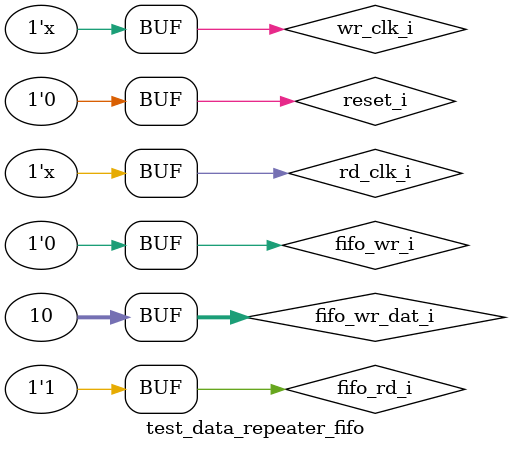
<source format=v>
`timescale 1ns / 1ps


module test_data_repeater_fifo;

	// Inputs
	reg reset_i;
	reg rd_clk_i;
	reg fifo_rd_i;
	reg wr_clk_i;
	reg fifo_wr_i;
	reg [31:0] fifo_wr_dat_i;

	// Outputs
	wire [31:0] fifo_rd_dat_o;
	wire fifo_rd_dat_valid_o;
	wire fifo_wr_full_o;

	// Instantiate the Unit Under Test (UUT)
	data_repeater_fifo uut (
		.reset_i(reset_i), 
		.rd_clk_i(rd_clk_i), 
		.fifo_rd_i(fifo_rd_i), 
		.fifo_rd_dat_o(fifo_rd_dat_o), 
		.fifo_rd_dat_valid_o(fifo_rd_dat_valid_o), 
		.wr_clk_i(wr_clk_i), 
		.fifo_wr_i(fifo_wr_i), 
		.fifo_wr_dat_i(fifo_wr_dat_i), 
		.fifo_wr_full_o(fifo_wr_full_o)
	);

	//clock
	always@(*) begin
		if(reset_i)
			rd_clk_i<=0;
		else
			# 5 rd_clk_i<=~rd_clk_i;
	end
	
	always@(*) begin
		if(reset_i)
			wr_clk_i<=1;
		else
			# 5 wr_clk_i<=~wr_clk_i;
	end

	initial begin
		// Initialize Inputs
		reset_i = 1;
		
		fifo_rd_i = 0;
		
		fifo_wr_i = 0;
		fifo_wr_dat_i = 0;

		// Wait 100 ns for global reset to finish
		#100;        
		// Add stimulus here
		#52; //for reset
		reset_i = 0;
		#50;
		//write
		repeat(10) begin 
			fifo_wr_i=1;
			fifo_wr_dat_i=fifo_wr_dat_i+1;
			#10;
		end
		fifo_wr_i=0;
		#20;
		//read
		repeat(5) begin
			fifo_rd_i=1;
			#10;
		end	
		fifo_rd_i=0;
		#50;
		repeat(5) begin
			fifo_rd_i=1;
			#10;
		end
	end
      
endmodule


</source>
